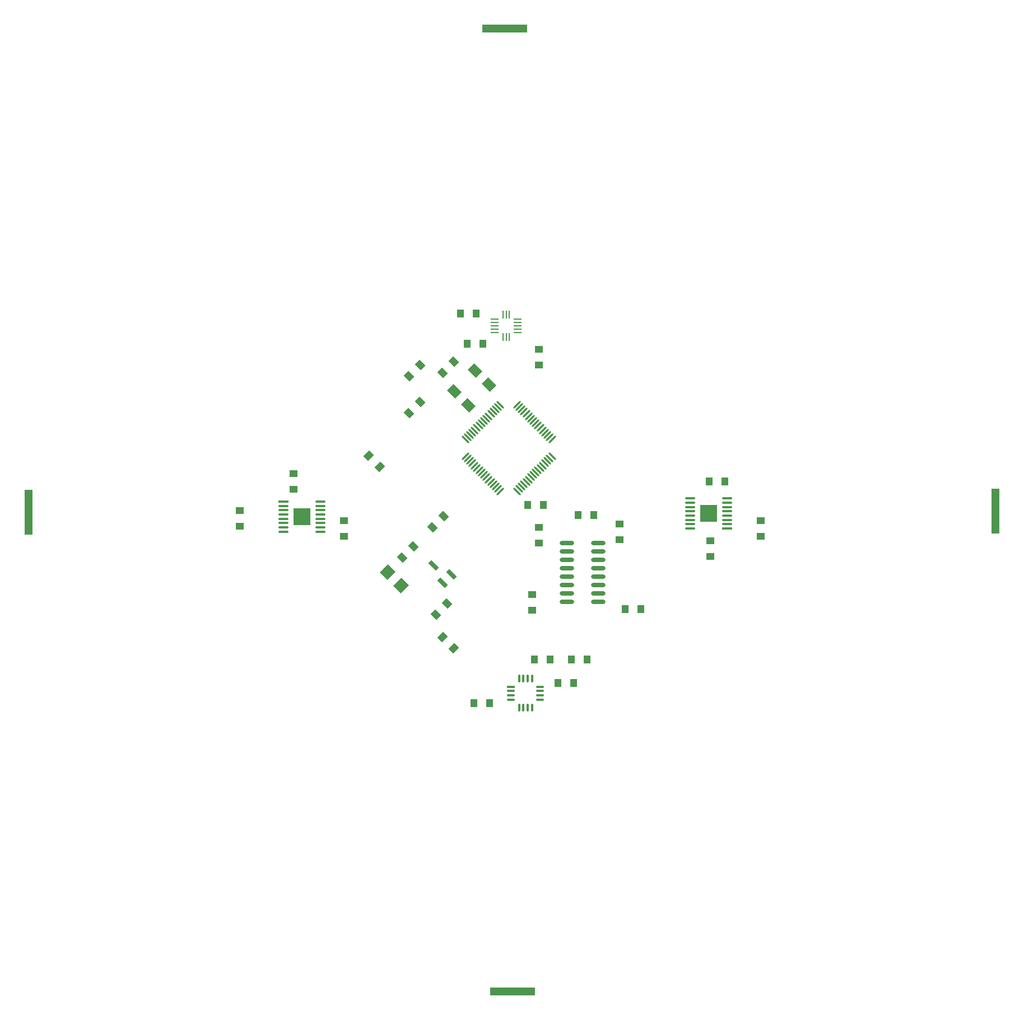
<source format=gtp>
%FSLAX25Y25*%
%MOIN*%
G70*
G01*
G75*
G04 Layer_Color=8421504*
%ADD10C,0.03000*%
%ADD11C,0.02000*%
%ADD12C,0.06000*%
G04:AMPARAMS|DCode=13|XSize=70mil|YSize=63mil|CornerRadius=0mil|HoleSize=0mil|Usage=FLASHONLY|Rotation=225.000|XOffset=0mil|YOffset=0mil|HoleType=Round|Shape=Rectangle|*
%AMROTATEDRECTD13*
4,1,4,0.00248,0.04702,0.04702,0.00248,-0.00248,-0.04702,-0.04702,-0.00248,0.00248,0.04702,0.0*
%
%ADD13ROTATEDRECTD13*%

G04:AMPARAMS|DCode=14|XSize=9.84mil|YSize=61.02mil|CornerRadius=0mil|HoleSize=0mil|Usage=FLASHONLY|Rotation=45.000|XOffset=0mil|YOffset=0mil|HoleType=Round|Shape=Round|*
%AMOVALD14*
21,1,0.05118,0.00984,0.00000,0.00000,135.0*
1,1,0.00984,0.01810,-0.01810*
1,1,0.00984,-0.01810,0.01810*
%
%ADD14OVALD14*%

G04:AMPARAMS|DCode=15|XSize=9.84mil|YSize=61.02mil|CornerRadius=0mil|HoleSize=0mil|Usage=FLASHONLY|Rotation=315.000|XOffset=0mil|YOffset=0mil|HoleType=Round|Shape=Round|*
%AMOVALD15*
21,1,0.05118,0.00984,0.00000,0.00000,45.0*
1,1,0.00984,-0.01810,-0.01810*
1,1,0.00984,0.01810,0.01810*
%
%ADD15OVALD15*%

%ADD16O,0.01181X0.05118*%
%ADD17O,0.05118X0.01181*%
%ADD18R,0.05118X0.01181*%
%ADD19O,0.08661X0.02362*%
G04:AMPARAMS|DCode=20|XSize=23.62mil|YSize=62.99mil|CornerRadius=0mil|HoleSize=0mil|Usage=FLASHONLY|Rotation=225.000|XOffset=0mil|YOffset=0mil|HoleType=Round|Shape=Rectangle|*
%AMROTATEDRECTD20*
4,1,4,-0.01392,0.03062,0.03062,-0.01392,0.01392,-0.03062,-0.03062,0.01392,-0.01392,0.03062,0.0*
%
%ADD20ROTATEDRECTD20*%

G04:AMPARAMS|DCode=21|XSize=55.12mil|YSize=66.93mil|CornerRadius=0mil|HoleSize=0mil|Usage=FLASHONLY|Rotation=225.000|XOffset=0mil|YOffset=0mil|HoleType=Round|Shape=Rectangle|*
%AMROTATEDRECTD21*
4,1,4,-0.00418,0.04315,0.04315,-0.00418,0.00418,-0.04315,-0.04315,0.00418,-0.00418,0.04315,0.0*
%
%ADD21ROTATEDRECTD21*%

%ADD22R,0.05118X0.00984*%
%ADD23O,0.05118X0.00984*%
%ADD24O,0.00984X0.05118*%
%ADD25R,0.06299X0.01181*%
%ADD26O,0.06299X0.01181*%
%ADD27R,0.09843X0.09843*%
%ADD28R,0.05118X0.04134*%
%ADD29R,0.26575X0.05118*%
%ADD30R,0.04134X0.05118*%
G04:AMPARAMS|DCode=31|XSize=41.34mil|YSize=51.18mil|CornerRadius=0mil|HoleSize=0mil|Usage=FLASHONLY|Rotation=225.000|XOffset=0mil|YOffset=0mil|HoleType=Round|Shape=Rectangle|*
%AMROTATEDRECTD31*
4,1,4,-0.00348,0.03271,0.03271,-0.00348,0.00348,-0.03271,-0.03271,0.00348,-0.00348,0.03271,0.0*
%
%ADD31ROTATEDRECTD31*%

G04:AMPARAMS|DCode=32|XSize=41.34mil|YSize=51.18mil|CornerRadius=0mil|HoleSize=0mil|Usage=FLASHONLY|Rotation=135.000|XOffset=0mil|YOffset=0mil|HoleType=Round|Shape=Rectangle|*
%AMROTATEDRECTD32*
4,1,4,0.03271,0.00348,-0.00348,-0.03271,-0.03271,-0.00348,0.00348,0.03271,0.03271,0.00348,0.0*
%
%ADD32ROTATEDRECTD32*%

%ADD33R,0.05118X0.26575*%
%ADD34C,0.07000*%
%ADD35C,0.01200*%
%ADD36C,0.04000*%
%ADD37C,0.01500*%
%ADD38C,0.01000*%
%ADD39C,0.02500*%
%ADD40C,0.01400*%
%ADD41P,0.08485X4X360.0*%
%ADD42C,0.06000*%
%ADD43R,0.06000X0.06000*%
%ADD44P,0.08485X4X270.0*%
%ADD45P,0.09900X4X180.0*%
%ADD46C,0.07000*%
%ADD47R,0.06000X0.06000*%
%ADD48C,0.27559*%
%ADD49C,0.06693*%
%ADD50C,0.05000*%
%ADD51C,0.05000*%
%ADD52C,0.02100*%
G04:AMPARAMS|DCode=53|XSize=51mil|YSize=55mil|CornerRadius=0mil|HoleSize=0mil|Usage=FLASHONLY|Rotation=45.000|XOffset=0mil|YOffset=0mil|HoleType=Round|Shape=Rectangle|*
%AMROTATEDRECTD53*
4,1,4,0.00141,-0.03748,-0.03748,0.00141,-0.00141,0.03748,0.03748,-0.00141,0.00141,-0.03748,0.0*
%
%ADD53ROTATEDRECTD53*%

%ADD54R,0.05100X0.05500*%
%ADD55C,0.03937*%
%ADD56C,0.01800*%
%ADD57C,0.07874*%
%ADD58C,0.00984*%
%ADD59C,0.02362*%
%ADD60C,0.00787*%
%ADD61C,0.01181*%
%ADD62C,0.00394*%
%ADD63C,0.00900*%
D13*
X630111Y457889D02*
D03*
X637889Y450111D02*
D03*
D14*
X697059Y557821D02*
D03*
X695667Y556429D02*
D03*
X694275Y555037D02*
D03*
X692883Y553645D02*
D03*
X691491Y552253D02*
D03*
X690099Y550861D02*
D03*
X688707Y549469D02*
D03*
X687315Y548077D02*
D03*
X685923Y546685D02*
D03*
X684531Y545293D02*
D03*
X683139Y543901D02*
D03*
X681747Y542509D02*
D03*
X680355Y541117D02*
D03*
X678963Y539725D02*
D03*
X677571Y538333D02*
D03*
X676179Y536941D02*
D03*
X706941Y506179D02*
D03*
X708333Y507571D02*
D03*
X709725Y508963D02*
D03*
X711117Y510355D02*
D03*
X712509Y511747D02*
D03*
X713901Y513139D02*
D03*
X715293Y514531D02*
D03*
X716685Y515923D02*
D03*
X718077Y517315D02*
D03*
X719469Y518707D02*
D03*
X720861Y520099D02*
D03*
X722253Y521491D02*
D03*
X723645Y522883D02*
D03*
X725037Y524275D02*
D03*
X726429Y525667D02*
D03*
X727821Y527059D02*
D03*
D15*
X676179D02*
D03*
X677571Y525667D02*
D03*
X678963Y524275D02*
D03*
X680355Y522883D02*
D03*
X681747Y521491D02*
D03*
X683139Y520099D02*
D03*
X684531Y518707D02*
D03*
X685923Y517315D02*
D03*
X687315Y515923D02*
D03*
X688707Y514531D02*
D03*
X690099Y513139D02*
D03*
X691491Y511747D02*
D03*
X692883Y510355D02*
D03*
X694275Y508963D02*
D03*
X695667Y507571D02*
D03*
X697059Y506179D02*
D03*
X727821Y536941D02*
D03*
X726429Y538333D02*
D03*
X725037Y539725D02*
D03*
X723645Y541117D02*
D03*
X722253Y542509D02*
D03*
X720861Y543901D02*
D03*
X719469Y545293D02*
D03*
X718077Y546685D02*
D03*
X716685Y548077D02*
D03*
X715293Y549469D02*
D03*
X713901Y550861D02*
D03*
X712509Y552253D02*
D03*
X711117Y553645D02*
D03*
X709725Y555037D02*
D03*
X708333Y556429D02*
D03*
X706941Y557821D02*
D03*
D16*
X708161Y394661D02*
D03*
X710720D02*
D03*
X713279D02*
D03*
X715839D02*
D03*
X715839Y377339D02*
D03*
X713279D02*
D03*
X710720D02*
D03*
X708161D02*
D03*
D17*
X720661Y389839D02*
D03*
Y387280D02*
D03*
Y384720D02*
D03*
Y382161D02*
D03*
X703339Y382161D02*
D03*
Y384720D02*
D03*
Y387280D02*
D03*
D18*
Y389839D02*
D03*
D19*
X736551Y475500D02*
D03*
X736551Y470500D02*
D03*
X736551Y465500D02*
D03*
X736551Y460500D02*
D03*
Y455500D02*
D03*
X736551Y450500D02*
D03*
X736551Y445500D02*
D03*
X736551Y440500D02*
D03*
X755449Y475500D02*
D03*
X755449Y470500D02*
D03*
Y465500D02*
D03*
Y460500D02*
D03*
Y455500D02*
D03*
X755449Y450500D02*
D03*
X755449Y445500D02*
D03*
Y440500D02*
D03*
D20*
X657441Y462116D02*
D03*
X668020Y456827D02*
D03*
X662731Y451537D02*
D03*
D21*
X682000Y578000D02*
D03*
X669681Y565681D02*
D03*
X677894Y557469D02*
D03*
X690212Y569788D02*
D03*
D22*
X693807Y608637D02*
D03*
D23*
Y606669D02*
D03*
Y604700D02*
D03*
Y602732D02*
D03*
Y600763D02*
D03*
X707193D02*
D03*
Y602732D02*
D03*
Y604700D02*
D03*
Y606669D02*
D03*
Y608637D02*
D03*
D24*
X698531Y598007D02*
D03*
X700500D02*
D03*
X702468D02*
D03*
Y611491D02*
D03*
X700500D02*
D03*
X698531D02*
D03*
D25*
X832000Y484000D02*
D03*
X568000Y500000D02*
D03*
D26*
X832000Y486559D02*
D03*
X832000Y489118D02*
D03*
Y491677D02*
D03*
Y494236D02*
D03*
Y496795D02*
D03*
Y499354D02*
D03*
Y501913D02*
D03*
X809953Y484000D02*
D03*
X809953Y486559D02*
D03*
X809953Y489118D02*
D03*
X809953Y491677D02*
D03*
X809953Y494236D02*
D03*
Y496795D02*
D03*
X809953Y499354D02*
D03*
X809953Y501913D02*
D03*
X590047Y482087D02*
D03*
X590047Y484646D02*
D03*
X590047Y487205D02*
D03*
X590047Y489764D02*
D03*
X590047Y492323D02*
D03*
X590047Y494882D02*
D03*
X590047Y497441D02*
D03*
X590047Y500000D02*
D03*
X568000Y482087D02*
D03*
X568000Y484646D02*
D03*
X568000Y487205D02*
D03*
X568000Y489764D02*
D03*
X568000Y492323D02*
D03*
X568000Y494882D02*
D03*
Y497441D02*
D03*
D27*
X821000Y493000D02*
D03*
X579000Y491000D02*
D03*
D28*
X822000Y476626D02*
D03*
Y467374D02*
D03*
X720000Y581374D02*
D03*
Y590626D02*
D03*
X604000Y479374D02*
D03*
Y488626D02*
D03*
X768000Y486626D02*
D03*
Y477374D02*
D03*
X720000Y484626D02*
D03*
Y475374D02*
D03*
X716000Y444626D02*
D03*
Y435374D02*
D03*
X852000Y479374D02*
D03*
Y488626D02*
D03*
X574000Y516626D02*
D03*
Y507374D02*
D03*
X542000Y494626D02*
D03*
Y485374D02*
D03*
D29*
X704197Y208382D02*
D03*
X699803Y781618D02*
D03*
D30*
X743374Y492000D02*
D03*
X752626D02*
D03*
X780626Y436000D02*
D03*
X771374D02*
D03*
X740626Y392000D02*
D03*
X731374D02*
D03*
X717374Y406000D02*
D03*
X726626D02*
D03*
X673374Y612000D02*
D03*
X682626D02*
D03*
X830626Y512000D02*
D03*
X821374D02*
D03*
X677374Y594000D02*
D03*
X686626D02*
D03*
X748626Y406000D02*
D03*
X739374D02*
D03*
X713374Y498000D02*
D03*
X722626D02*
D03*
X681374Y380000D02*
D03*
X690626D02*
D03*
D31*
X662729Y576729D02*
D03*
X669271Y583271D02*
D03*
X642729Y552729D02*
D03*
X649271Y559271D02*
D03*
X656729Y484729D02*
D03*
X663271Y491271D02*
D03*
X638729Y466729D02*
D03*
X645271Y473271D02*
D03*
X658729Y432729D02*
D03*
X665271Y439271D02*
D03*
X642729Y574729D02*
D03*
X649271Y581271D02*
D03*
D32*
X662729Y419271D02*
D03*
X669271Y412729D02*
D03*
X625271Y520729D02*
D03*
X618729Y527271D02*
D03*
D33*
X991618Y494197D02*
D03*
X416382Y493803D02*
D03*
M02*

</source>
